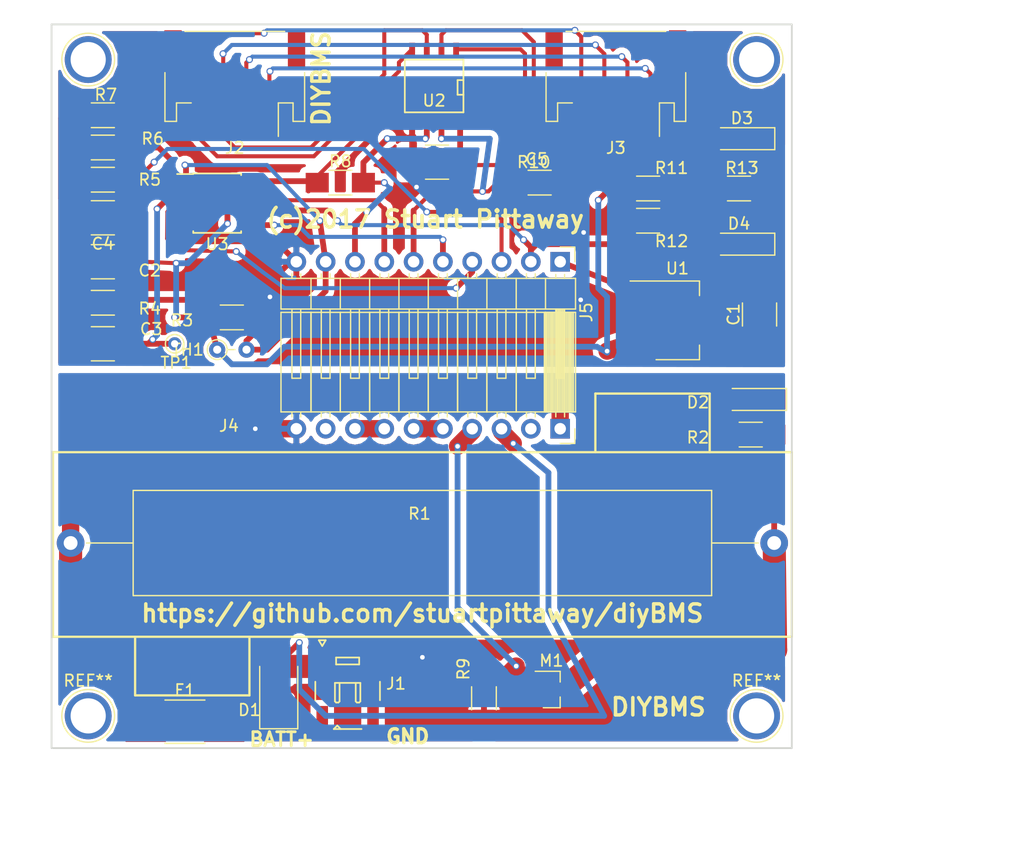
<source format=kicad_pcb>
(kicad_pcb (version 4) (host pcbnew 4.0.7)
  (title_block (title "DIY BMS CELL MODULE PCB") (date 2017-11-14) (rev 1) (comment 1 https://github.com/stuartpittaway/diyBMS))
  (layers (0 F.Cu signal) (31 B.Cu signal) (35 F.Paste user) (37 F.SilkS user) (39 F.Mask user) (44 Edge.Cuts user))
  (net 0 "")
  (net 1 GND)
  (net 2 BATT+)
  (net 3 3V3)
  (net 4 "Net-(D1-Pad1)")
  (net 5 "Net-(D2-Pad1)")
  (net 6 "Net-(D3-Pad1)")
  (net 7 "Net-(D4-Pad1)")
  (net 8 BATT+RAW)
  (net 9 "Net-(M1-Pad3)")
  (net 10 "Net-(C3-Pad1)")
  (net 11 "Net-(D3-Pad2)")
  (net 12 "Net-(J2-Pad1)")
  (net 13 "Net-(J2-Pad2)")
  (net 14 "Net-(J2-Pad3)")
  (net 15 "Net-(J2-Pad4)")
  (net 16 "Net-(R5-Pad2)")
  (net 17 GND2)
  (net 18 "Net-(C1-Pad2)")
  (net 19 "Net-(J4-Pad4)")
  (net 20 "Net-(J4-Pad5)")
  (net 21 "Net-(J4-Pad7)")
  (net 22 "Net-(J5-Pad3)")
  (net 23 "Net-(J5-Pad4)")
  (net 24 "Net-(J5-Pad5)")
  (net 25 "Net-(J5-Pad6)")
  (net 26 "Net-(J5-Pad7)")
  (net 27 "Net-(J5-Pad8)")
  (net 28 "Net-(J5-Pad9)")
  (module Connectors:1pin (layer F.Cu) (at 165.862 116.078)
    (fp_text reference REF** (at 0 -3.048) (layer F.SilkS))
    (fp_text value 1pin)
    (pad 1 thru_hole circle (at 0 0) (size 4.064 4.064) (drill 3.048) (layers *.Cu *.Mask))
  )
  (module Connectors:1pin (layer F.Cu) (at 107.95 116.078)
    (fp_text reference REF** (at 0 -3.048) (layer F.SilkS))
    (fp_text value 1pin)
    (pad 1 thru_hole circle (at 0 0) (size 4.064 4.064) (drill 3.048) (layers *.Cu *.Mask))
  )
  (module Connectors:1pin (layer F.Cu) (at 107.95 59.182)
    (fp_text reference "" (at 0 -3.048) (layer F.SilkS))
    (fp_text value 1pin)
    (pad 1 thru_hole circle (at 0 0) (size 4.064 4.064) (drill 3.048) (layers *.Cu *.Mask))
  )
  (module Capacitors_SMD:C_1210_HandSoldering (layer F.Cu) (at 166.116 81.28 90)
    (fp_text reference C1 (at 0 -2.25 90) (layer F.SilkS))
    (fp_text value 1uF)
    (pad 1 smd rect (at -2 0 90) (size 2 2.5) (layers F.Cu F.Paste F.Mask) (net 17 GND2))
    (pad 2 smd rect (at 2 0 90) (size 2 2.5) (layers F.Cu F.Paste F.Mask) (net 18 "Net-(C1-Pad2)"))
  )
  (module Capacitors_SMD:C_1210_HandSoldering (layer F.Cu) (at 109.22 76.708)
    (fp_text reference C2 (at 4.064 0.762) (layer F.SilkS))
    (fp_text value 1uF)
    (pad 1 smd rect (at -2 0) (size 2 2.5) (layers F.Cu F.Paste F.Mask) (net 17 GND2))
    (pad 2 smd rect (at 2 0) (size 2 2.5) (layers F.Cu F.Paste F.Mask) (net 3 3V3))
  )
  (module Capacitors_SMD:C_1210_HandSoldering (layer F.Cu) (at 109.22 83.82 180)
    (fp_text reference C3 (at -4.191 1.27 180) (layer F.SilkS))
    (fp_text value 0.1uF)
    (pad 1 smd rect (at -2 0 180) (size 2 2.5) (layers F.Cu F.Paste F.Mask) (net 10 "Net-(C3-Pad1)"))
    (pad 2 smd rect (at 2 0 180) (size 2 2.5) (layers F.Cu F.Paste F.Mask) (net 17 GND2))
  )
  (module Capacitors_SMD:C_1210_HandSoldering (layer F.Cu) (at 109.22 72.898 180)
    (fp_text reference C4 (at 0 -2.25 180) (layer F.SilkS))
    (fp_text value 0.1uF)
    (pad 1 smd rect (at -2 0 180) (size 2 2.5) (layers F.Cu F.Paste F.Mask) (net 3 3V3))
    (pad 2 smd rect (at 2 0 180) (size 2 2.5) (layers F.Cu F.Paste F.Mask) (net 17 GND2))
  )
  (module Capacitors_SMD:C_1210_HandSoldering (layer F.Cu) (at 138.176 68.072 180)
    (fp_text reference C5 (at -8.636 0.254 180) (layer F.SilkS))
    (fp_text value 0.1uF)
    (pad 1 smd rect (at -2 0 180) (size 2 2.5) (layers F.Cu F.Paste F.Mask) (net 3 3V3))
    (pad 2 smd rect (at 2 0 180) (size 2 2.5) (layers F.Cu F.Paste F.Mask) (net 17 GND2))
  )
  (module Connectors_JST:JST_PH_S4B-PH-SM4-TB_04x2.00mm_Angled (layer F.Cu) (at 120.65 61.214 180)
    (fp_text reference J2 (at 0 -5.625 180) (layer F.SilkS))
    (fp_text value Conn_01x04_Female)
    (pad 1 smd rect (at -3 -2.875 180) (size 1 3.5) (layers F.Cu F.Paste F.Mask) (net 12 "Net-(J2-Pad1)"))
    (pad 2 smd rect (at -1 -2.875 180) (size 1 3.5) (layers F.Cu F.Paste F.Mask) (net 13 "Net-(J2-Pad2)"))
    (pad 3 smd rect (at 1 -2.875 180) (size 1 3.5) (layers F.Cu F.Paste F.Mask) (net 14 "Net-(J2-Pad3)"))
    (pad 4 smd rect (at 3 -2.875 180) (size 1 3.5) (layers F.Cu F.Paste F.Mask) (net 15 "Net-(J2-Pad4)"))
    (pad "" smd rect (at -5.35 2.875 180) (size 1.5 3.4) (layers F.Cu F.Paste F.Mask))
    (pad "" smd rect (at 5.35 2.875 180) (size 1.5 3.4) (layers F.Cu F.Paste F.Mask))
  )
  (module Resistors_SMD:R_1206_HandSoldering (layer F.Cu) (at 165.354 91.694)
    (fp_text reference R2 (at -4.572 0.254) (layer F.SilkS))
    (fp_text value "47R 1/4W")
    (pad 1 smd rect (at -2 0) (size 2 1.7) (layers F.Cu F.Paste F.Mask) (net 9 "Net-(M1-Pad3)"))
    (pad 2 smd rect (at 2 0) (size 2 1.7) (layers F.Cu F.Paste F.Mask) (net 5 "Net-(D2-Pad1)"))
  )
  (module Resistors_SMD:R_1206_HandSoldering (layer F.Cu) (at 120.396 81.534)
    (fp_text reference R3 (at -4.318 0.254) (layer F.SilkS))
    (fp_text value 20K)
    (pad 1 smd rect (at -2 0) (size 2 1.7) (layers F.Cu F.Paste F.Mask) (net 3 3V3))
    (pad 2 smd rect (at 2 0) (size 2 1.7) (layers F.Cu F.Paste F.Mask) (net 28 "Net-(J5-Pad9)"))
  )
  (module Resistors_SMD:R_1206_HandSoldering (layer F.Cu) (at 109.22 80.264 180)
    (fp_text reference R4 (at -4.064 -0.508 180) (layer F.SilkS))
    (fp_text value 10K)
    (pad 1 smd rect (at -2 0 180) (size 2 1.7) (layers F.Cu F.Paste F.Mask) (net 28 "Net-(J5-Pad9)"))
    (pad 2 smd rect (at 2 0 180) (size 2 1.7) (layers F.Cu F.Paste F.Mask) (net 17 GND2))
  )
  (module Resistors_SMD:R_1206_HandSoldering (layer F.Cu) (at 109.22 69.596 180)
    (fp_text reference R5 (at -4.064 0 180) (layer F.SilkS))
    (fp_text value 47K)
    (pad 1 smd rect (at -2 0 180) (size 2 1.7) (layers F.Cu F.Paste F.Mask) (net 22 "Net-(J5-Pad3)"))
    (pad 2 smd rect (at 2 0 180) (size 2 1.7) (layers F.Cu F.Paste F.Mask) (net 16 "Net-(R5-Pad2)"))
  )
  (module Resistors_SMD:R_1206_HandSoldering (layer F.Cu) (at 109.22 66.802)
    (fp_text reference R6 (at 4.318 -0.762) (layer F.SilkS))
    (fp_text value 470K)
    (pad 1 smd rect (at -2 0) (size 2 1.7) (layers F.Cu F.Paste F.Mask) (net 16 "Net-(R5-Pad2)"))
    (pad 2 smd rect (at 2 0) (size 2 1.7) (layers F.Cu F.Paste F.Mask) (net 10 "Net-(C3-Pad1)"))
  )
  (module Resistors_SMD:R_1206_HandSoldering (layer F.Cu) (at 109.22 64.008 180)
    (fp_text reference R7 (at -0.254 1.778 180) (layer F.SilkS))
    (fp_text value 680K)
    (pad 1 smd rect (at -2 0 180) (size 2 1.7) (layers F.Cu F.Paste F.Mask) (net 10 "Net-(C3-Pad1)"))
    (pad 2 smd rect (at 2 0 180) (size 2 1.7) (layers F.Cu F.Paste F.Mask) (net 17 GND2))
  )
  (module Resistors_SMD:R_1206_HandSoldering (layer F.Cu) (at 129.794 69.85)
    (fp_text reference R8 (at 0 -1.85) (layer F.SilkS))
    (fp_text value 2K2)
    (pad 1 smd rect (at -2 0) (size 2 1.7) (layers F.Cu F.Paste F.Mask) (net 3 3V3))
    (pad 2 smd rect (at 2 0) (size 2 1.7) (layers F.Cu F.Paste F.Mask) (net 27 "Net-(J5-Pad8)"))
  )
  (module Resistors_SMD:R_1206_HandSoldering (layer F.Cu) (at 142.24 114.554 270)
    (fp_text reference R9 (at -2.54 1.778 270) (layer F.SilkS))
    (fp_text value 47K)
    (pad 1 smd rect (at -2 0 270) (size 2 1.7) (layers F.Cu F.Paste F.Mask) (net 19 "Net-(J4-Pad4)"))
    (pad 2 smd rect (at 2 0 270) (size 2 1.7) (layers F.Cu F.Paste F.Mask) (net 1 GND))
  )
  (module Resistors_SMD:R_1206_HandSoldering (layer F.Cu) (at 147.066 69.85)
    (fp_text reference R10 (at -0.508 -1.778) (layer F.SilkS))
    (fp_text value 2K2)
    (pad 1 smd rect (at -2 0) (size 2 1.7) (layers F.Cu F.Paste F.Mask) (net 25 "Net-(J5-Pad6)"))
    (pad 2 smd rect (at 2 0) (size 2 1.7) (layers F.Cu F.Paste F.Mask) (net 3 3V3))
  )
  (module TO_SOT_Packages_SMD:SOT-223-3_TabPin2 (layer F.Cu) (at 159.004 81.788)
    (fp_text reference U1 (at 0 -4.5) (layer F.SilkS))
    (fp_text value MCP1703A-3302_SOT223)
    (pad 2 smd rect (at 3.15 0) (size 2 3.8) (layers F.Cu F.Paste F.Mask) (net 17 GND2))
    (pad 2 smd rect (at -3.15 0) (size 2 1.5) (layers F.Cu F.Paste F.Mask) (net 17 GND2))
    (pad 3 smd rect (at -3.15 2.3) (size 2 1.5) (layers F.Cu F.Paste F.Mask) (net 3 3V3))
    (pad 1 smd rect (at -3.15 -2.3) (size 2 1.5) (layers F.Cu F.Paste F.Mask) (net 18 "Net-(C1-Pad2)"))
  )
  (module Housings_SOIC:SOIC-8_3.9x4.9mm_Pitch1.27mm (layer F.Cu) (at 119.126 71.628)
    (fp_text reference U3 (at 0 3.556) (layer F.SilkS))
    (fp_text value ATTINY85-20SU)
    (pad 1 smd rect (at -2.7 -1.905) (size 1.55 0.6) (layers F.Cu F.Paste F.Mask) (net 28 "Net-(J5-Pad9)"))
    (pad 2 smd rect (at -2.7 -0.635) (size 1.55 0.6) (layers F.Cu F.Paste F.Mask) (net 10 "Net-(C3-Pad1)"))
    (pad 3 smd rect (at -2.7 0.635) (size 1.55 0.6) (layers F.Cu F.Paste F.Mask) (net 23 "Net-(J5-Pad4)"))
    (pad 4 smd rect (at -2.7 1.905) (size 1.55 0.6) (layers F.Cu F.Paste F.Mask) (net 17 GND2))
    (pad 5 smd rect (at 2.7 1.905) (size 1.55 0.6) (layers F.Cu F.Paste F.Mask) (net 24 "Net-(J5-Pad5)"))
    (pad 6 smd rect (at 2.7 0.635) (size 1.55 0.6) (layers F.Cu F.Paste F.Mask) (net 6 "Net-(D3-Pad1)"))
    (pad 7 smd rect (at 2.7 -0.635) (size 1.55 0.6) (layers F.Cu F.Paste F.Mask) (net 26 "Net-(J5-Pad7)"))
    (pad 8 smd rect (at 2.7 -1.905) (size 1.55 0.6) (layers F.Cu F.Paste F.Mask) (net 3 3V3))
  )
  (module TO_SOT_Packages_SMD:SOT-23 (layer F.Cu) (at 148.082 113.792)
    (fp_text reference M1 (at 0 -2.5) (layer F.SilkS))
    (fp_text value SI2312BDS-T1-E3)
    (pad 1 smd rect (at -1 -0.95) (size 0.9 0.8) (layers F.Cu F.Paste F.Mask) (net 19 "Net-(J4-Pad4)"))
    (pad 2 smd rect (at -1 0.95) (size 0.9 0.8) (layers F.Cu F.Paste F.Mask) (net 1 GND))
    (pad 3 smd rect (at 1 0) (size 0.9 0.8) (layers F.Cu F.Paste F.Mask) (net 9 "Net-(M1-Pad3)"))
  )
  (module Resistors_SMD:R_1206_HandSoldering (layer F.Cu) (at 156.464 70.358)
    (fp_text reference R11 (at 2.032 -1.778) (layer F.SilkS))
    (fp_text value 510R)
    (pad 1 smd rect (at -2 0) (size 2 1.7) (layers F.Cu F.Paste F.Mask) (net 3 3V3))
    (pad 2 smd rect (at 2 0) (size 2 1.7) (layers F.Cu F.Paste F.Mask) (net 11 "Net-(D3-Pad2)"))
  )
  (module SMD_Packages:SOIC-8-N (layer F.Cu) (at 137.922 61.468 180)
    (fp_text reference U2 (at 0 -1.27 180) (layer F.SilkS))
    (fp_text value ADUM1250ARZ)
    (pad 8 smd rect (at -1.905 -3.175 180) (size 0.508 1.143) (layers F.Cu F.Paste F.Mask) (net 3 3V3))
    (pad 7 smd rect (at -0.635 -3.175 180) (size 0.508 1.143) (layers F.Cu F.Paste F.Mask) (net 25 "Net-(J5-Pad6)"))
    (pad 6 smd rect (at 0.635 -3.175 180) (size 0.508 1.143) (layers F.Cu F.Paste F.Mask) (net 27 "Net-(J5-Pad8)"))
    (pad 5 smd rect (at 1.905 -3.175 180) (size 0.508 1.143) (layers F.Cu F.Paste F.Mask) (net 17 GND2))
    (pad 4 smd rect (at 1.905 3.175 180) (size 0.508 1.143) (layers F.Cu F.Paste F.Mask) (net 15 "Net-(J2-Pad4)"))
    (pad 3 smd rect (at 0.635 3.175 180) (size 0.508 1.143) (layers F.Cu F.Paste F.Mask) (net 14 "Net-(J2-Pad3)"))
    (pad 2 smd rect (at -0.635 3.175 180) (size 0.508 1.143) (layers F.Cu F.Paste F.Mask) (net 13 "Net-(J2-Pad2)"))
    (pad 1 smd rect (at -1.905 3.175 180) (size 0.508 1.143) (layers F.Cu F.Paste F.Mask) (net 12 "Net-(J2-Pad1)"))
  )
  (module Connectors_JST:JST_PH_S4B-PH-SM4-TB_04x2.00mm_Angled (layer F.Cu) (at 153.67 61.214 180)
    (fp_text reference J3 (at 0 -5.625 180) (layer F.SilkS))
    (fp_text value Conn_01x04_Female)
    (pad 1 smd rect (at -3 -2.875 180) (size 1 3.5) (layers F.Cu F.Paste F.Mask) (net 12 "Net-(J2-Pad1)"))
    (pad 2 smd rect (at -1 -2.875 180) (size 1 3.5) (layers F.Cu F.Paste F.Mask) (net 13 "Net-(J2-Pad2)"))
    (pad 3 smd rect (at 1 -2.875 180) (size 1 3.5) (layers F.Cu F.Paste F.Mask) (net 14 "Net-(J2-Pad3)"))
    (pad 4 smd rect (at 3 -2.875 180) (size 1 3.5) (layers F.Cu F.Paste F.Mask) (net 15 "Net-(J2-Pad4)"))
    (pad "" smd rect (at -5.35 2.875 180) (size 1.5 3.4) (layers F.Cu F.Paste F.Mask))
    (pad "" smd rect (at 5.35 2.875 180) (size 1.5 3.4) (layers F.Cu F.Paste F.Mask))
  )
  (module Resistors_SMD:R_1206_HandSoldering (layer F.Cu) (at 156.464 73.152 180)
    (fp_text reference R12 (at -2.032 -1.778 180) (layer F.SilkS))
    (fp_text value 510R)
    (pad 1 smd rect (at -2 0 180) (size 2 1.7) (layers F.Cu F.Paste F.Mask) (net 7 "Net-(D4-Pad1)"))
    (pad 2 smd rect (at 2 0 180) (size 2 1.7) (layers F.Cu F.Paste F.Mask) (net 17 GND2))
  )
  (module Resistors_SMD:R_1206_HandSoldering (layer F.Cu) (at 164.338 70.358)
    (fp_text reference R13 (at 0.254 -1.778) (layer F.SilkS))
    (fp_text value 2K2)
    (pad 1 smd rect (at -2 0) (size 2 1.7) (layers F.Cu F.Paste F.Mask) (net 11 "Net-(D3-Pad2)"))
    (pad 2 smd rect (at 2 0) (size 2 1.7) (layers F.Cu F.Paste F.Mask) (net 7 "Net-(D4-Pad1)"))
  )
  (module Resistors_THT:R_Axial_DIN0204_L3.6mm_D1.6mm_P2.54mm_Vertical (layer F.Cu) (at 119.126 84.328)
    (fp_text reference TH1 (at -2.54 0) (layer F.SilkS))
    (fp_text value B57891M0103K000 hide)
    (pad 1 thru_hole circle (at 0 0) (size 1.4 1.4) (drill 0.7) (layers *.Cu *.Mask) (net 3 3V3))
    (pad 2 thru_hole oval (at 2.54 0) (size 1.4 1.4) (drill 0.7) (layers *.Cu *.Mask) (net 28 "Net-(J5-Pad9)"))
  )
  (module Socket_Strips:Socket_Strip_Angled_1x10_Pitch2.54mm (layer F.Cu) (at 148.844 91.186 270)
    (fp_text reference J4 (at -0.254 28.702 360) (layer F.SilkS))
    (fp_text value "Conn Female")
    (pad 1 thru_hole rect (at 0 0 270) (size 1.7 1.7) (drill 1) (layers *.Cu *.Mask) (net 2 BATT+))
    (pad 2 thru_hole oval (at 0 2.54 270) (size 1.7 1.7) (drill 1) (layers *.Cu *.Mask))
    (pad 3 thru_hole oval (at 0 5.08 270) (size 1.7 1.7) (drill 1) (layers *.Cu *.Mask) (net 8 BATT+RAW))
    (pad 4 thru_hole oval (at 0 7.62 270) (size 1.7 1.7) (drill 1) (layers *.Cu *.Mask) (net 19 "Net-(J4-Pad4)"))
    (pad 5 thru_hole oval (at 0 10.16 270) (size 1.7 1.7) (drill 1) (layers *.Cu *.Mask) (net 20 "Net-(J4-Pad5)"))
    (pad 6 thru_hole oval (at 0 12.7 270) (size 1.7 1.7) (drill 1) (layers *.Cu *.Mask) (net 20 "Net-(J4-Pad5)"))
    (pad 7 thru_hole oval (at 0 15.24 270) (size 1.7 1.7) (drill 1) (layers *.Cu *.Mask) (net 21 "Net-(J4-Pad7)"))
    (pad 8 thru_hole oval (at 0 17.78 270) (size 1.7 1.7) (drill 1) (layers *.Cu *.Mask) (net 21 "Net-(J4-Pad7)"))
    (pad 9 thru_hole oval (at 0 20.32 270) (size 1.7 1.7) (drill 1) (layers *.Cu *.Mask))
    (pad 10 thru_hole oval (at 0 22.86 270) (size 1.7 1.7) (drill 1) (layers *.Cu *.Mask) (net 1 GND))
  )
  (module Pin_Headers:Pin_Header_Angled_1x10_Pitch2.54mm (layer F.Cu) (at 148.844 76.708 270)
    (fp_text reference J5 (at 4.385 -2.27 270) (layer F.SilkS))
    (fp_text value "Conn Male")
    (pad 1 thru_hole rect (at 0 0 270) (size 1.7 1.7) (drill 1) (layers *.Cu *.Mask) (net 18 "Net-(C1-Pad2)"))
    (pad 2 thru_hole oval (at 0 2.54 270) (size 1.7 1.7) (drill 1) (layers *.Cu *.Mask) (net 6 "Net-(D3-Pad1)"))
    (pad 3 thru_hole oval (at 0 5.08 270) (size 1.7 1.7) (drill 1) (layers *.Cu *.Mask) (net 22 "Net-(J5-Pad3)"))
    (pad 4 thru_hole oval (at 0 7.62 270) (size 1.7 1.7) (drill 1) (layers *.Cu *.Mask) (net 23 "Net-(J5-Pad4)"))
    (pad 5 thru_hole oval (at 0 10.16 270) (size 1.7 1.7) (drill 1) (layers *.Cu *.Mask) (net 24 "Net-(J5-Pad5)"))
    (pad 6 thru_hole oval (at 0 12.7 270) (size 1.7 1.7) (drill 1) (layers *.Cu *.Mask) (net 25 "Net-(J5-Pad6)"))
    (pad 7 thru_hole oval (at 0 15.24 270) (size 1.7 1.7) (drill 1) (layers *.Cu *.Mask) (net 26 "Net-(J5-Pad7)"))
    (pad 8 thru_hole oval (at 0 17.78 270) (size 1.7 1.7) (drill 1) (layers *.Cu *.Mask) (net 27 "Net-(J5-Pad8)"))
    (pad 9 thru_hole oval (at 0 20.32 270) (size 1.7 1.7) (drill 1) (layers *.Cu *.Mask) (net 28 "Net-(J5-Pad9)"))
    (pad 10 thru_hole oval (at 0 22.86 270) (size 1.7 1.7) (drill 1) (layers *.Cu *.Mask) (net 17 GND2))
  )
  (module LEDs:LED_1206_HandSoldering (layer F.Cu) (at 165.354 88.646 180)
    (fp_text reference D2 (at 4.572 -0.254 180) (layer F.SilkS))
    (fp_text value "LED BLUE")
    (pad 1 smd rect (at -2 0 180) (size 2 1.7) (layers F.Cu F.Paste F.Mask) (net 5 "Net-(D2-Pad1)"))
    (pad 2 smd rect (at 2 0 180) (size 2 1.7) (layers F.Cu F.Paste F.Mask) (net 2 BATT+))
  )
  (module LEDs:LED_1206_HandSoldering (layer F.Cu) (at 164.338 66.04 180)
    (fp_text reference D3 (at -0.254 1.778 180) (layer F.SilkS))
    (fp_text value "LED RED")
    (pad 1 smd rect (at -2 0 180) (size 2 1.7) (layers F.Cu F.Paste F.Mask) (net 6 "Net-(D3-Pad1)"))
    (pad 2 smd rect (at 2 0 180) (size 2 1.7) (layers F.Cu F.Paste F.Mask) (net 11 "Net-(D3-Pad2)"))
  )
  (module LEDs:LED_1206_HandSoldering (layer F.Cu) (at 164.338 75.184 180)
    (fp_text reference D4 (at 0 1.778 180) (layer F.SilkS))
    (fp_text value "LED GREEN")
    (pad 1 smd rect (at -2 0 180) (size 2 1.7) (layers F.Cu F.Paste F.Mask) (net 7 "Net-(D4-Pad1)"))
    (pad 2 smd rect (at 2 0 180) (size 2 1.7) (layers F.Cu F.Paste F.Mask) (net 6 "Net-(D3-Pad1)"))
  )
  (module Resistors_THT:R_Axial_Power_L50.0mm_W9.0mm_P60.96mm (layer F.Cu) (at 167.386 101.092 180)
    (fp_text reference R1 (at 30.734 2.54 180) (layer F.SilkS))
    (fp_text value "HS50 3R3 J  50W Axial Wire Wound")
    (pad 1 thru_hole circle (at 0 0 180) (size 2.4 2.4) (drill 1.2) (layers *.Cu *.Mask) (net 9 "Net-(M1-Pad3)"))
    (pad 2 thru_hole oval (at 60.96 0 180) (size 2.4 2.4) (drill 1.2) (layers *.Cu *.Mask) (net 2 BATT+))
  )
  (module Diodes_SMD:D_SMA (layer F.Cu) (at 124.46 113.792 90)
    (fp_text reference D1 (at -1.778 -2.54 180) (layer F.SilkS))
    (fp_text value SE30AFG-M3/6A)
    (pad 1 smd rect (at -2 0 90) (size 2.5 1.8) (layers F.Cu F.Paste F.Mask) (net 4 "Net-(D1-Pad1)"))
    (pad 2 smd rect (at 2 0 90) (size 2.5 1.8) (layers F.Cu F.Paste F.Mask) (net 8 BATT+RAW))
  )
  (module Connectors:1pin (layer F.Cu) (at 165.862 59.182)
    (fp_text reference "" (at 0 -3.048) (layer F.SilkS))
    (fp_text value 1pin)
    (pad 1 thru_hole circle (at 0 0) (size 4.064 4.064) (drill 3.048) (layers *.Cu *.Mask))
  )
  (module Resistors_SMD:R_1812_HandSoldering (layer F.Cu) (at 116.332 116.586)
    (fp_text reference F1 (at 0 -2.72) (layer F.SilkS))
    (fp_text value "MC36232 1.5A 24V")
    (pad 1 smd rect (at -3.4 0) (size 3.5 3.5) (layers F.Cu F.Paste F.Mask) (net 2 BATT+))
    (pad 2 smd rect (at 3.4 0) (size 3.5 3.5) (layers F.Cu F.Paste F.Mask) (net 4 "Net-(D1-Pad1)"))
  )
  (module Connectors_JST:JST_SFH_SM02B-SFHRS-TF_02x1.80mm_Angled (layer F.Cu) (at 130.429 113.919)
    (fp_text reference J1 (at 4.191 -0.635) (layer F.SilkS))
    (fp_text value Conn_01x02_Male)
    (pad 1 smd rect (at -2.1 -2.3) (size 1.3 2.1) (layers F.Cu F.Paste F.Mask) (net 8 BATT+RAW))
    (pad 2 smd rect (at 2.1 -2.3) (size 1.3 2.1) (layers F.Cu F.Paste F.Mask) (net 1 GND))
    (pad "" smd rect (at -2.2 2.3) (size 1 2) (layers F.Cu F.Paste F.Mask))
    (pad "" smd rect (at 2.2 2.3) (size 1 2) (layers F.Cu F.Paste F.Mask))
  )
  (module Connectors:PINTST (layer F.Cu) (at 115.443 83.82)
    (fp_text reference TP1 (at 0.127 1.651) (layer F.SilkS))
    (fp_text value VDIV)
    (pad 1 thru_hole circle (at 0 0) (size 1.143 1.143) (drill 0.635) (layers *.Cu *.Mask) (net 10 "Net-(C3-Pad1)"))
  )
  (gr_line (start 104.775 56.134) (end 168.91 56.134) (angle 90) (layer Edge.Cuts) (width 0.15))
  (gr_line (start 104.775 118.872) (end 104.775 56.134) (angle 90) (layer Edge.Cuts) (width 0.15))
  (gr_text https://github.com/stuartpittaway/diyBMS (at 136.906 107.188) (layer F.SilkS) (effects (font (size 1.5 1.5) (thickness 0.3))))
  (gr_line (start 168.91 118.872) (end 168.91 56.134) (angle 90) (layer Edge.Cuts) (width 0.15))
  (gr_line (start 104.902 118.872) (end 168.91 118.872) (angle 90) (layer Edge.Cuts) (width 0.15))
  (gr_text DIYBMS (at 128.143 60.833 90) (layer F.SilkS) (effects (font (size 1.5 1.5) (thickness 0.3))))
  (gr_text BATT+ (at 124.714 118.11) (layer F.SilkS) (effects (font (size 1.2 1.2) (thickness 0.25))))
  (gr_text GND (at 135.636 117.856) (layer F.SilkS) (effects (font (size 1.2 1.2) (thickness 0.3))))
  (gr_text "(c)2017 Stuart Pittaway" (at 137.16 73.025) (layer F.SilkS) (effects (font (size 1.5 1.5) (thickness 0.3))))
  (gr_text DIYBMS (at 157.353 115.316) (layer F.SilkS) (effects (font (size 1.5 1.5) (thickness 0.3))))
  (gr_line (start 121.92 114.3) (end 121.92 109.22) (angle 90) (layer F.SilkS) (width 0.2))
  (gr_line (start 112.014 114.3) (end 112.014 109.22) (angle 90) (layer F.SilkS) (width 0.2))
  (gr_line (start 112.014 114.3) (end 121.92 114.3) (angle 90) (layer F.SilkS) (width 0.2))
  (gr_line (start 151.892 88.138) (end 161.798 88.138) (angle 90) (layer F.SilkS) (width 0.2))
  (gr_line (start 151.892 93.218) (end 151.892 88.138) (angle 90) (layer F.SilkS) (width 0.2))
  (gr_line (start 161.798 88.138) (end 161.798 93.218) (angle 90) (layer F.SilkS) (width 0.2))
  (gr_line (start 104.902 109.22) (end 104.902 93.218) (angle 90) (layer F.SilkS) (width 0.2))
  (gr_line (start 168.91 93.218) (end 168.91 109.22) (angle 90) (layer F.SilkS) (width 0.2))
  (gr_line (start 168.91 93.218) (end 104.902 93.218) (angle 90) (layer F.SilkS) (width 0.2))
  (gr_line (start 104.902 109.22) (end 168.91 109.22) (angle 90) (layer F.SilkS) (width 0.2))
  (segment (start 142.24 116.554) (end 139.795 116.554) (width 2) (layer F.Cu) (net 1))
  (segment (start 139.795 116.554) (end 136.144 112.903) (width 2) (layer F.Cu) (net 1))
  (segment (start 136.144 112.903) (end 136.144 111.76) (width 2) (layer F.Cu) (net 1))
  (segment (start 132.588 111.76) (end 136.144 111.76) (width 1.5) (layer F.Cu) (net 1))
  (segment (start 136.144 111.76) (end 136.906 110.998) (width 1.5) (layer F.Cu) (net 1))
  (segment (start 122.428 91.186) (end 125.984 91.186) (width 1.5) (layer F.Cu) (net 1))
  (via (at 122.428 91.186) (size 0.6) (drill 0.4) (layers F.Cu B.Cu) (net 1))
  (segment (start 122.428 96.52) (end 122.428 91.186) (width 1.5) (layer B.Cu) (net 1))
  (segment (start 136.906 110.998) (end 122.428 96.52) (width 1.5) (layer B.Cu) (net 1))
  (via (at 136.906 110.998) (size 0.6) (drill 0.4) (layers F.Cu B.Cu) (net 1))
  (segment (start 147.082 114.742) (end 147.082 115.554) (width 0.35) (layer F.Cu) (net 1))
  (segment (start 146.082 116.554) (end 142.24 116.554) (width 2) (layer F.Cu) (net 1))
  (segment (start 147.082 115.554) (end 146.082 116.554) (width 2) (layer F.Cu) (net 1))
  (segment (start 147.082 114.742) (end 146.878 114.742) (width 0.35) (layer F.Cu) (net 1))
  (segment (start 106.426 101.092) (end 106.426 108.204) (width 2) (layer F.Cu) (net 2))
  (segment (start 112.932 114.71) (end 112.932 116.586) (width 2) (layer F.Cu) (net 2))
  (segment (start 106.426 108.204) (end 112.932 114.71) (width 2) (layer F.Cu) (net 2))
  (segment (start 112.776 116.586) (end 112.932 116.586) (width 0.5) (layer F.Cu) (net 2))
  (segment (start 106.426 90.17) (end 106.426 101.092) (width 1.5) (layer F.Cu) (net 2))
  (segment (start 107.95 88.646) (end 106.426 90.17) (width 1.5) (layer F.Cu) (net 2))
  (segment (start 146.812 88.646) (end 107.95 88.646) (width 1.5) (layer F.Cu) (net 2))
  (segment (start 163.354 88.646) (end 163.322 88.646) (width 0.5) (layer F.Cu) (net 2))
  (segment (start 163.322 88.646) (end 162.052 87.376) (width 0.5) (layer F.Cu) (net 2))
  (segment (start 162.052 87.376) (end 150.876 87.376) (width 0.5) (layer F.Cu) (net 2))
  (segment (start 148.844 91.186) (end 148.844 89.154) (width 1.5) (layer F.Cu) (net 2))
  (segment (start 148.844 89.154) (end 146.812 88.646) (width 1.5) (layer F.Cu) (net 2))
  (segment (start 148.844 89.408) (end 148.844 91.186) (width 0.5) (layer F.Cu) (net 2))
  (segment (start 150.876 87.376) (end 148.844 89.408) (width 0.5) (layer F.Cu) (net 2))
  (segment (start 121.826 69.723) (end 120.396 69.723) (width 0.5) (layer F.Cu) (net 3))
  (segment (start 116.586 76.835) (end 115.57 76.835) (width 0.5) (layer B.Cu) (net 3))
  (segment (start 120.015 73.406) (end 116.586 76.835) (width 0.5) (layer B.Cu) (net 3))
  (via (at 120.015 73.406) (size 0.6) (drill 0.4) (layers F.Cu B.Cu) (net 3))
  (segment (start 120.015 70.104) (end 120.015 73.406) (width 0.5) (layer F.Cu) (net 3))
  (segment (start 120.396 69.723) (end 120.015 70.104) (width 0.5) (layer F.Cu) (net 3))
  (segment (start 118.396 81.534) (end 115.443 81.534) (width 0.5) (layer F.Cu) (net 3))
  (via (at 115.443 81.534) (size 0.6) (drill 0.4) (layers F.Cu B.Cu) (net 3))
  (segment (start 115.443 81.534) (end 115.57 81.407) (width 0.5) (layer B.Cu) (net 3))
  (segment (start 115.57 81.407) (end 115.57 76.835) (width 0.5) (layer B.Cu) (net 3))
  (segment (start 152.908 84.455) (end 152.908 79.756) (width 0.5) (layer B.Cu) (net 3))
  (segment (start 153.162 70.358) (end 154.464 70.358) (width 0.5) (layer F.Cu) (net 3))
  (segment (start 152.146 71.374) (end 153.162 70.358) (width 0.5) (layer F.Cu) (net 3))
  (via (at 152.146 71.374) (size 0.6) (drill 0.4) (layers F.Cu B.Cu) (net 3))
  (segment (start 152.146 78.994) (end 152.146 71.374) (width 0.5) (layer B.Cu) (net 3))
  (segment (start 152.908 79.756) (end 152.146 78.994) (width 0.5) (layer B.Cu) (net 3))
  (segment (start 152.908 84.455) (end 152.908 84.582) (width 0.5) (layer B.Cu) (net 3))
  (segment (start 120.396 85.598) (end 119.126 84.328) (width 0.5) (layer B.Cu) (net 3))
  (segment (start 123.444 85.598) (end 120.396 85.598) (width 0.5) (layer B.Cu) (net 3))
  (segment (start 124.968 84.074) (end 123.444 85.598) (width 0.5) (layer B.Cu) (net 3))
  (segment (start 152.019 84.074) (end 124.968 84.074) (width 0.5) (layer B.Cu) (net 3))
  (segment (start 152.908 84.582) (end 152.019 84.074) (width 0.5) (layer B.Cu) (net 3))
  (segment (start 149.066 69.85) (end 153.956 69.85) (width 0.5) (layer F.Cu) (net 3))
  (segment (start 153.956 69.85) (end 154.464 70.358) (width 0.35) (layer F.Cu) (net 3))
  (segment (start 149.066 69.85) (end 149.066 68.548) (width 0.35) (layer F.Cu) (net 3))
  (segment (start 148.844 68.326) (end 140.43 68.326) (width 0.35) (layer F.Cu) (net 3))
  (segment (start 149.066 68.548) (end 148.844 68.326) (width 0.35) (layer F.Cu) (net 3))
  (segment (start 140.43 68.326) (end 140.176 68.072) (width 0.35) (layer F.Cu) (net 3))
  (segment (start 127.794 69.85) (end 127.794 69.31) (width 0.35) (layer F.Cu) (net 3))
  (segment (start 127.794 69.31) (end 136.144 60.96) (width 0.35) (layer F.Cu) (net 3))
  (segment (start 139.827 61.849) (end 139.827 64.643) (width 0.35) (layer F.Cu) (net 3))
  (segment (start 138.938 60.96) (end 139.827 61.849) (width 0.35) (layer F.Cu) (net 3))
  (segment (start 136.144 60.96) (end 138.938 60.96) (width 0.35) (layer F.Cu) (net 3))
  (segment (start 140.938 68.834) (end 140.176 68.072) (width 0.35) (layer F.Cu) (net 3))
  (segment (start 111.22 72.898) (end 111.22 76.708) (width 0.5) (layer F.Cu) (net 3))
  (segment (start 140.176 68.072) (end 140.176 64.992) (width 0.5) (layer F.Cu) (net 3))
  (segment (start 140.176 64.992) (end 139.827 64.643) (width 0.35) (layer F.Cu) (net 3))
  (segment (start 140.43 68.326) (end 140.176 68.072) (width 0.35) (layer F.Cu) (net 3))
  (segment (start 121.826 69.723) (end 127.667 69.723) (width 0.5) (layer F.Cu) (net 3))
  (segment (start 127.667 69.723) (end 127.794 69.85) (width 0.35) (layer F.Cu) (net 3))
  (segment (start 127.794 69.85) (end 127.794 69.564) (width 0.35) (layer F.Cu) (net 3))
  (segment (start 127.286 70.358) (end 127.794 69.85) (width 0.35) (layer F.Cu) (net 3))
  (segment (start 154.21 70.104) (end 154.464 70.358) (width 0.35) (layer F.Cu) (net 3))
  (segment (start 141.097 68.993) (end 140.176 68.072) (width 0.35) (layer F.Cu) (net 3))
  (segment (start 111.22 72.898) (end 111.22 73.628) (width 0.35) (layer F.Cu) (net 3))
  (segment (start 155.854 84.088) (end 154.051 84.074) (width 1.5) (layer F.Cu) (net 3))
  (segment (start 154.051 84.074) (end 152.908 84.455) (width 1.5) (layer F.Cu) (net 3))
  (via (at 152.908 84.455) (size 0.6) (drill 0.4) (layers F.Cu B.Cu) (net 3))
  (segment (start 153.924 70.358) (end 154.464 70.358) (width 0.5) (layer F.Cu) (net 3))
  (segment (start 127.032 70.612) (end 127.794 69.85) (width 0.35) (layer F.Cu) (net 3))
  (via (at 115.57 76.835) (size 0.6) (drill 0.4) (layers F.Cu B.Cu) (net 3))
  (segment (start 115.57 76.835) (end 112.776 76.708) (width 0.35) (layer F.Cu) (net 3))
  (segment (start 112.776 76.708) (end 111.22 76.708) (width 0.35) (layer F.Cu) (net 3))
  (segment (start 111.22 72.898) (end 112.014 72.898) (width 0.35) (layer F.Cu) (net 3))
  (segment (start 112.014 72.898) (end 111.92 72.992) (width 0.35) (layer F.Cu) (net 3))
  (segment (start 155.854 84.088) (end 155.854 84.226) (width 0.35) (layer F.Cu) (net 3))
  (segment (start 119.126 84.328) (end 119.126 84.296) (width 0.35) (layer F.Cu) (net 3))
  (segment (start 119.126 84.296) (end 118.396 81.534) (width 0.5) (layer F.Cu) (net 3))
  (segment (start 119.732 116.586) (end 123.666 116.586) (width 2) (layer F.Cu) (net 4))
  (segment (start 123.666 116.586) (end 124.46 115.792) (width 0.5) (layer F.Cu) (net 4))
  (segment (start 167.354 88.646) (end 167.354 91.694) (width 1.5) (layer F.Cu) (net 5))
  (segment (start 167.354 91.694) (end 167.354 91.218) (width 0.35) (layer F.Cu) (net 5))
  (segment (start 121.826 72.263) (end 128.651 72.263) (width 0.5) (layer F.Cu) (net 6))
  (segment (start 146.304 75.438) (end 146.304 76.708) (width 0.5) (layer F.Cu) (net 6))
  (segment (start 145.669 74.803) (end 146.304 75.438) (width 0.5) (layer F.Cu) (net 6))
  (via (at 145.669 74.803) (size 0.6) (drill 0.4) (layers F.Cu B.Cu) (net 6))
  (segment (start 144.399 73.533) (end 145.669 74.803) (width 0.35) (layer B.Cu) (net 6))
  (segment (start 129.921 73.533) (end 144.399 73.533) (width 0.35) (layer B.Cu) (net 6))
  (segment (start 129.54 73.152) (end 129.921 73.533) (width 0.35) (layer B.Cu) (net 6))
  (via (at 129.54 73.152) (size 0.6) (drill 0.4) (layers F.Cu B.Cu) (net 6))
  (segment (start 128.651 72.263) (end 129.54 73.152) (width 0.35) (layer F.Cu) (net 6))
  (segment (start 146.304 76.708) (end 146.304 75.692) (width 0.35) (layer F.Cu) (net 6))
  (segment (start 146.812 75.184) (end 162.338 75.184) (width 0.5) (layer F.Cu) (net 6))
  (segment (start 146.304 75.692) (end 146.812 75.184) (width 0.5) (layer F.Cu) (net 6))
  (segment (start 162.338 75.184) (end 162.338 75.216) (width 0.35) (layer F.Cu) (net 6))
  (segment (start 162.338 75.216) (end 163.576 76.708) (width 0.35) (layer F.Cu) (net 6))
  (segment (start 163.576 76.708) (end 167.894 76.708) (width 0.35) (layer F.Cu) (net 6))
  (segment (start 167.894 76.708) (end 168.148 76.2) (width 0.35) (layer F.Cu) (net 6))
  (segment (start 168.148 76.2) (end 168.148 67.564) (width 0.35) (layer F.Cu) (net 6))
  (segment (start 168.148 67.564) (end 166.338 66.04) (width 0.35) (layer F.Cu) (net 6))
  (segment (start 158.464 73.152) (end 166.338 73.152) (width 0.35) (layer F.Cu) (net 7))
  (segment (start 166.338 70.358) (end 166.338 73.152) (width 1.5) (layer F.Cu) (net 7))
  (segment (start 166.338 73.152) (end 166.338 75.184) (width 1.5) (layer F.Cu) (net 7))
  (segment (start 124.46 111.792) (end 128.156 111.792) (width 2) (layer F.Cu) (net 8))
  (segment (start 128.156 111.792) (end 128.329 111.619) (width 0.5) (layer F.Cu) (net 8))
  (segment (start 128.405 111.03) (end 128.437 110.998) (width 0.35) (layer F.Cu) (net 8))
  (segment (start 143.764 91.186) (end 143.764 91.44) (width 0.5) (layer F.Cu) (net 8))
  (segment (start 143.764 91.44) (end 144.78 92.456) (width 1.5) (layer F.Cu) (net 8))
  (segment (start 126.238 109.728) (end 124.46 111.506) (width 0.5) (layer F.Cu) (net 8))
  (via (at 126.238 109.728) (size 0.6) (drill 0.4) (layers F.Cu B.Cu) (net 8))
  (segment (start 126.238 113.792) (end 126.238 109.728) (width 0.5) (layer B.Cu) (net 8))
  (segment (start 128.524 116.078) (end 126.238 113.792) (width 0.5) (layer B.Cu) (net 8))
  (segment (start 152.654 116.078) (end 128.524 116.078) (width 0.5) (layer B.Cu) (net 8))
  (segment (start 147.828 106.934) (end 152.654 116.078) (width 0.5) (layer B.Cu) (net 8))
  (segment (start 147.828 94.996) (end 147.828 106.934) (width 0.5) (layer B.Cu) (net 8))
  (segment (start 144.78 92.456) (end 147.828 94.996) (width 0.5) (layer B.Cu) (net 8))
  (via (at 144.78 92.456) (size 0.6) (drill 0.4) (layers F.Cu B.Cu) (net 8))
  (segment (start 124.46 111.506) (end 124.46 111.792) (width 0.5) (layer F.Cu) (net 8))
  (segment (start 167.386 101.092) (end 167.386 94.996) (width 0.5) (layer F.Cu) (net 9))
  (segment (start 165.64 93.98) (end 163.354 91.694) (width 0.5) (layer F.Cu) (net 9))
  (segment (start 166.37 93.98) (end 165.64 93.98) (width 0.5) (layer F.Cu) (net 9))
  (segment (start 167.386 94.996) (end 166.37 93.98) (width 0.5) (layer F.Cu) (net 9))
  (segment (start 164.084 92.424) (end 163.354 91.694) (width 0.35) (layer F.Cu) (net 9))
  (segment (start 149.082 113.792) (end 153.035 110.363) (width 2) (layer F.Cu) (net 9))
  (segment (start 153.035 110.363) (end 167.513 110.363) (width 2) (layer F.Cu) (net 9))
  (segment (start 167.513 110.363) (end 167.386 101.092) (width 2) (layer F.Cu) (net 9))
  (segment (start 167.354 101.06) (end 167.386 101.092) (width 2) (layer F.Cu) (net 9))
  (segment (start 149.082 113.792) (end 149.098 113.792) (width 0.35) (layer F.Cu) (net 9))
  (segment (start 111.22 83.82) (end 115.443 83.82) (width 0.5) (layer F.Cu) (net 10))
  (segment (start 111.22 83.82) (end 113.157 83.82) (width 0.5) (layer F.Cu) (net 10))
  (segment (start 113.157 83.82) (end 113.538 83.439) (width 0.5) (layer F.Cu) (net 10))
  (via (at 113.538 83.439) (size 0.6) (drill 0.4) (layers F.Cu B.Cu) (net 10))
  (segment (start 113.538 83.439) (end 113.919 83.058) (width 0.5) (layer B.Cu) (net 10))
  (segment (start 113.919 83.058) (end 113.919 72.136) (width 0.5) (layer B.Cu) (net 10))
  (via (at 113.919 72.136) (size 0.6) (drill 0.4) (layers F.Cu B.Cu) (net 10))
  (segment (start 113.919 72.136) (end 115.062 70.993) (width 0.5) (layer F.Cu) (net 10))
  (segment (start 115.062 70.993) (end 116.426 70.993) (width 0.5) (layer F.Cu) (net 10))
  (segment (start 111.22 66.802) (end 114.046 66.802) (width 0.5) (layer F.Cu) (net 10))
  (segment (start 115.062 67.818) (end 115.062 70.993) (width 0.5) (layer F.Cu) (net 10))
  (segment (start 114.046 66.802) (end 115.062 67.818) (width 0.5) (layer F.Cu) (net 10))
  (segment (start 111.22 66.802) (end 110.998 66.802) (width 0.35) (layer F.Cu) (net 10))
  (segment (start 111.22 66.802) (end 111.22 64.008) (width 0.5) (layer F.Cu) (net 10))
  (segment (start 158.464 70.358) (end 162.338 70.358) (width 0.35) (layer F.Cu) (net 11))
  (segment (start 162.338 70.358) (end 162.338 66.04) (width 1.5) (layer F.Cu) (net 11))
  (segment (start 156.67 64.089) (end 156.67 66.088) (width 0.35) (layer F.Cu) (net 12))
  (segment (start 145.415 58.293) (end 139.827 58.293) (width 0.35) (layer F.Cu) (net 12))
  (segment (start 145.796 58.674) (end 145.415 58.293) (width 0.35) (layer F.Cu) (net 12))
  (segment (start 145.796 66.802) (end 145.796 58.674) (width 0.35) (layer F.Cu) (net 12))
  (segment (start 146.650002 67.656002) (end 145.796 66.802) (width 0.35) (layer F.Cu) (net 12))
  (segment (start 155.101998 67.656002) (end 146.650002 67.656002) (width 0.35) (layer F.Cu) (net 12))
  (segment (start 156.67 66.088) (end 155.101998 67.656002) (width 0.35) (layer F.Cu) (net 12))
  (segment (start 123.65 64.089) (end 123.65 60.246) (width 0.35) (layer F.Cu) (net 12))
  (segment (start 156.67 60.404) (end 156.67 64.089) (width 0.35) (layer F.Cu) (net 12))
  (segment (start 156.21 59.944) (end 156.67 60.404) (width 0.35) (layer F.Cu) (net 12))
  (via (at 156.21 59.944) (size 0.6) (drill 0.4) (layers F.Cu B.Cu) (net 12))
  (segment (start 123.952 59.944) (end 156.21 59.944) (width 0.35) (layer B.Cu) (net 12))
  (segment (start 123.698 60.198) (end 123.952 59.944) (width 0.35) (layer B.Cu) (net 12))
  (via (at 123.698 60.198) (size 0.6) (drill 0.4) (layers F.Cu B.Cu) (net 12))
  (segment (start 123.65 60.246) (end 123.698 60.198) (width 0.35) (layer F.Cu) (net 12))
  (segment (start 138.557 58.293) (end 138.557 57.023) (width 0.35) (layer F.Cu) (net 13))
  (segment (start 154.67 66.818) (end 154.67 64.089) (width 0.35) (layer F.Cu) (net 13))
  (segment (start 154.432 66.802) (end 154.67 66.818) (width 0.35) (layer F.Cu) (net 13))
  (segment (start 147.066 66.802) (end 154.432 66.802) (width 0.35) (layer F.Cu) (net 13))
  (segment (start 146.558 66.548) (end 147.066 66.802) (width 0.35) (layer F.Cu) (net 13))
  (segment (start 146.558 57.658) (end 146.558 66.548) (width 0.35) (layer F.Cu) (net 13))
  (segment (start 145.542 56.642) (end 146.558 57.658) (width 0.35) (layer F.Cu) (net 13))
  (segment (start 138.938 56.642) (end 145.542 56.642) (width 0.35) (layer F.Cu) (net 13))
  (segment (start 138.557 57.023) (end 138.938 56.642) (width 0.35) (layer F.Cu) (net 13))
  (segment (start 121.65 64.089) (end 121.65 59.452) (width 0.35) (layer F.Cu) (net 13))
  (segment (start 154.67 59.42) (end 154.67 64.089) (width 0.35) (layer F.Cu) (net 13))
  (segment (start 154.178 58.928) (end 154.67 59.42) (width 0.35) (layer F.Cu) (net 13))
  (via (at 154.178 58.928) (size 0.6) (drill 0.4) (layers F.Cu B.Cu) (net 13))
  (segment (start 122.174 58.928) (end 154.178 58.928) (width 0.35) (layer B.Cu) (net 13))
  (segment (start 121.92 59.182) (end 122.174 58.928) (width 0.35) (layer B.Cu) (net 13))
  (via (at 121.92 59.182) (size 0.6) (drill 0.4) (layers F.Cu B.Cu) (net 13))
  (segment (start 121.65 59.452) (end 121.92 59.182) (width 0.35) (layer F.Cu) (net 13))
  (segment (start 119.65 64.089) (end 119.65 65.802) (width 0.35) (layer F.Cu) (net 14))
  (segment (start 119.65 65.802) (end 120.65 66.802) (width 0.35) (layer F.Cu) (net 14))
  (segment (start 137.287 57.023) (end 137.287 58.293) (width 0.35) (layer F.Cu) (net 14))
  (segment (start 136.906 56.642) (end 137.287 57.023) (width 0.35) (layer F.Cu) (net 14))
  (segment (start 133.604 56.642) (end 136.906 56.642) (width 0.35) (layer F.Cu) (net 14))
  (segment (start 133.604 60.452) (end 133.604 56.642) (width 0.35) (layer F.Cu) (net 14))
  (segment (start 127.254 66.802) (end 133.604 60.452) (width 0.35) (layer F.Cu) (net 14))
  (segment (start 120.65 66.802) (end 127.254 66.802) (width 0.35) (layer F.Cu) (net 14))
  (segment (start 119.65 64.089) (end 119.65 58.69) (width 0.35) (layer F.Cu) (net 14))
  (segment (start 152.67 58.69) (end 152.67 64.089) (width 0.35) (layer F.Cu) (net 14))
  (segment (start 151.892 57.912) (end 152.67 58.69) (width 0.35) (layer F.Cu) (net 14))
  (via (at 151.892 57.912) (size 0.6) (drill 0.4) (layers F.Cu B.Cu) (net 14))
  (segment (start 120.396 57.912) (end 151.892 57.912) (width 0.35) (layer B.Cu) (net 14))
  (segment (start 119.634 58.674) (end 120.396 57.912) (width 0.35) (layer B.Cu) (net 14))
  (via (at 119.634 58.674) (size 0.6) (drill 0.4) (layers F.Cu B.Cu) (net 14))
  (segment (start 119.65 58.69) (end 119.634 58.674) (width 0.35) (layer F.Cu) (net 14))
  (segment (start 117.65 64.089) (end 117.65 58.499) (width 0.35) (layer F.Cu) (net 15))
  (segment (start 150.67 57.198) (end 150.67 64.089) (width 0.35) (layer F.Cu) (net 15))
  (segment (start 150.114 56.642) (end 150.67 57.198) (width 0.35) (layer F.Cu) (net 15))
  (via (at 150.114 56.642) (size 0.6) (drill 0.4) (layers F.Cu B.Cu) (net 15))
  (segment (start 123.444 56.642) (end 150.114 56.642) (width 0.35) (layer B.Cu) (net 15))
  (segment (start 123.19 56.896) (end 123.444 56.642) (width 0.35) (layer B.Cu) (net 15))
  (via (at 123.19 56.896) (size 0.6) (drill 0.4) (layers F.Cu B.Cu) (net 15))
  (segment (start 119.253 56.896) (end 123.19 56.896) (width 0.35) (layer F.Cu) (net 15))
  (segment (start 117.65 58.499) (end 119.253 56.896) (width 0.35) (layer F.Cu) (net 15))
  (segment (start 117.65 64.089) (end 117.65 66.088) (width 0.35) (layer F.Cu) (net 15))
  (segment (start 134.874 59.436) (end 136.017 58.293) (width 0.35) (layer F.Cu) (net 15))
  (segment (start 134.874 60.198) (end 134.874 59.436) (width 0.35) (layer F.Cu) (net 15))
  (segment (start 127.508 67.564) (end 134.874 60.198) (width 0.35) (layer F.Cu) (net 15))
  (segment (start 119.126 67.564) (end 127.508 67.564) (width 0.35) (layer F.Cu) (net 15))
  (segment (start 117.65 66.088) (end 119.126 67.564) (width 0.35) (layer F.Cu) (net 15))
  (segment (start 107.22 69.596) (end 107.22 66.802) (width 0.5) (layer F.Cu) (net 16))
  (segment (start 150.876 74.93) (end 150.876 72.771) (width 0.35) (layer B.Cu) (net 17))
  (segment (start 136.176 70.009) (end 136.176 68.072) (width 0.35) (layer F.Cu) (net 17))
  (segment (start 136.398 70.231) (end 136.176 70.009) (width 0.35) (layer F.Cu) (net 17))
  (via (at 136.398 70.231) (size 0.6) (drill 0.4) (layers F.Cu B.Cu) (net 17))
  (segment (start 137.668 71.501) (end 136.398 70.231) (width 0.35) (layer B.Cu) (net 17))
  (segment (start 149.606 71.501) (end 137.668 71.501) (width 0.35) (layer B.Cu) (net 17))
  (segment (start 150.876 72.771) (end 149.606 71.501) (width 0.35) (layer B.Cu) (net 17))
  (segment (start 107.22 64.008) (end 105.791 64.008) (width 0.35) (layer F.Cu) (net 17))
  (segment (start 105.537 71.215) (end 107.22 72.898) (width 0.35) (layer F.Cu) (net 17))
  (segment (start 105.537 64.262) (end 105.537 71.215) (width 0.35) (layer F.Cu) (net 17))
  (segment (start 105.791 64.008) (end 105.537 64.262) (width 0.35) (layer F.Cu) (net 17))
  (segment (start 107.22 76.708) (end 107.22 72.898) (width 0.5) (layer F.Cu) (net 17))
  (segment (start 107.22 83.82) (end 107.22 80.264) (width 0.5) (layer F.Cu) (net 17))
  (segment (start 149.098 80.01) (end 150.876 78.232) (width 0.5) (layer B.Cu) (net 17))
  (segment (start 150.876 78.232) (end 150.876 74.93) (width 0.5) (layer B.Cu) (net 17))
  (segment (start 150.876 73.152) (end 154.464 73.152) (width 0.5) (layer F.Cu) (net 17))
  (segment (start 150.876 74.168) (end 150.876 73.152) (width 0.5) (layer F.Cu) (net 17))
  (via (at 150.876 74.168) (size 0.6) (drill 0.4) (layers F.Cu B.Cu) (net 17))
  (segment (start 150.876 74.93) (end 150.876 74.168) (width 0.5) (layer B.Cu) (net 17))
  (segment (start 116.426 73.533) (end 116.426 74.516) (width 0.5) (layer F.Cu) (net 17))
  (segment (start 124.206 74.93) (end 125.984 76.708) (width 0.5) (layer F.Cu) (net 17))
  (segment (start 116.84 74.93) (end 124.206 74.93) (width 0.5) (layer F.Cu) (net 17))
  (segment (start 116.426 74.516) (end 116.84 74.93) (width 0.5) (layer F.Cu) (net 17))
  (segment (start 107.22 78.74) (end 123.698 78.74) (width 0.5) (layer F.Cu) (net 17))
  (segment (start 136.017 64.643) (end 136.017 67.913) (width 0.5) (layer F.Cu) (net 17))
  (segment (start 136.017 67.913) (end 136.176 68.072) (width 0.35) (layer F.Cu) (net 17))
  (segment (start 125.984 76.708) (end 125.476 76.708) (width 0.5) (layer F.Cu) (net 17))
  (segment (start 125.476 76.708) (end 123.698 78.486) (width 0.5) (layer F.Cu) (net 17))
  (segment (start 123.698 78.486) (end 123.698 78.74) (width 0.5) (layer F.Cu) (net 17))
  (segment (start 153.543 81.788) (end 155.854 81.788) (width 0.5) (layer F.Cu) (net 17))
  (segment (start 150.622 80.01) (end 153.543 81.788) (width 0.5) (layer F.Cu) (net 17))
  (via (at 150.622 80.01) (size 0.6) (drill 0.4) (layers F.Cu B.Cu) (net 17))
  (segment (start 149.098 80.01) (end 150.622 80.01) (width 0.5) (layer B.Cu) (net 17))
  (segment (start 123.698 78.74) (end 123.698 79.756) (width 0.5) (layer F.Cu) (net 17))
  (via (at 123.698 79.756) (size 0.6) (drill 0.4) (layers F.Cu B.Cu) (net 17))
  (segment (start 123.698 79.756) (end 123.952 80.01) (width 0.5) (layer B.Cu) (net 17))
  (segment (start 123.952 80.01) (end 149.098 80.01) (width 0.5) (layer B.Cu) (net 17))
  (segment (start 107.22 64.008) (end 106.426 64.008) (width 0.35) (layer F.Cu) (net 17))
  (segment (start 107.22 80.264) (end 107.22 78.74) (width 0.5) (layer F.Cu) (net 17))
  (segment (start 107.22 78.74) (end 107.22 76.708) (width 0.5) (layer F.Cu) (net 17))
  (segment (start 162.154 81.788) (end 162.154 82.652) (width 0.35) (layer F.Cu) (net 17))
  (segment (start 162.154 82.652) (end 162.528 81.756) (width 1.5) (layer F.Cu) (net 17))
  (segment (start 162.528 81.756) (end 166.116 83.28) (width 1.5) (layer F.Cu) (net 17))
  (segment (start 155.854 81.788) (end 162.154 81.788) (width 1.5) (layer F.Cu) (net 17))
  (segment (start 155.854 79.488) (end 155.854 78.842) (width 0.5) (layer F.Cu) (net 18))
  (segment (start 155.854 78.842) (end 156.464 76.962) (width 0.5) (layer F.Cu) (net 18))
  (segment (start 162.56 76.962) (end 164.878 79.28) (width 0.5) (layer F.Cu) (net 18))
  (segment (start 156.464 76.962) (end 162.56 76.962) (width 0.5) (layer F.Cu) (net 18))
  (segment (start 164.878 79.28) (end 166.116 79.28) (width 0.5) (layer F.Cu) (net 18))
  (segment (start 148.844 76.708) (end 155.84 79.502) (width 0.5) (layer F.Cu) (net 18))
  (segment (start 155.84 79.502) (end 155.854 79.488) (width 0.35) (layer F.Cu) (net 18))
  (segment (start 142.24 112.554) (end 144.24 112.554) (width 0.5) (layer F.Cu) (net 19))
  (segment (start 139.954 92.71) (end 141.224 91.44) (width 1.5) (layer F.Cu) (net 19))
  (via (at 139.954 92.71) (size 0.6) (drill 0.4) (layers F.Cu B.Cu) (net 19))
  (segment (start 139.954 106.68) (end 139.954 92.71) (width 0.5) (layer B.Cu) (net 19))
  (segment (start 145.034 111.76) (end 139.954 106.68) (width 0.5) (layer B.Cu) (net 19))
  (via (at 145.034 111.76) (size 0.6) (drill 0.4) (layers F.Cu B.Cu) (net 19))
  (segment (start 144.24 112.554) (end 145.034 111.76) (width 1.5) (layer F.Cu) (net 19))
  (segment (start 141.224 91.44) (end 141.224 91.186) (width 0.5) (layer F.Cu) (net 19))
  (segment (start 142.24 112.554) (end 146.794 112.554) (width 1.5) (layer F.Cu) (net 19))
  (segment (start 146.794 112.554) (end 147.082 112.842) (width 0.35) (layer F.Cu) (net 19))
  (segment (start 136.144 91.186) (end 138.684 91.186) (width 1.5) (layer F.Cu) (net 20))
  (segment (start 131.064 91.186) (end 133.604 91.186) (width 1.5) (layer F.Cu) (net 21))
  (segment (start 111.22 69.596) (end 112.141 69.596) (width 0.35) (layer F.Cu) (net 22))
  (segment (start 112.141 69.596) (end 113.665 68.072) (width 0.35) (layer F.Cu) (net 22))
  (segment (start 143.764 73.025) (end 143.764 76.708) (width 0.35) (layer F.Cu) (net 22))
  (segment (start 143.129 72.39) (end 143.764 73.025) (width 0.35) (layer F.Cu) (net 22))
  (segment (start 137.287 72.39) (end 143.129 72.39) (width 0.35) (layer F.Cu) (net 22))
  (via (at 137.287 72.39) (size 0.6) (drill 0.4) (layers F.Cu B.Cu) (net 22))
  (segment (start 131.826 66.929) (end 137.287 72.39) (width 0.35) (layer B.Cu) (net 22))
  (segment (start 114.808 66.929) (end 131.826 66.929) (width 0.35) (layer B.Cu) (net 22))
  (segment (start 113.665 68.072) (end 114.808 66.929) (width 0.35) (layer B.Cu) (net 22))
  (via (at 113.665 68.072) (size 0.6) (drill 0.4) (layers F.Cu B.Cu) (net 22))
  (segment (start 143.732 76.676) (end 143.764 76.708) (width 0.35) (layer F.Cu) (net 22))
  (segment (start 116.426 72.263) (end 114.935 72.263) (width 0.35) (layer F.Cu) (net 23))
  (segment (start 141.224 77.597) (end 141.224 76.708) (width 0.35) (layer F.Cu) (net 23))
  (segment (start 139.827 78.994) (end 141.224 77.597) (width 0.5) (layer F.Cu) (net 23))
  (via (at 139.827 78.994) (size 0.6) (drill 0.4) (layers F.Cu B.Cu) (net 23))
  (segment (start 124.968 78.994) (end 139.827 78.994) (width 0.35) (layer B.Cu) (net 23))
  (segment (start 120.777 75.819) (end 123.063 77.597) (width 0.35) (layer B.Cu) (net 23))
  (segment (start 123.063 77.597) (end 124.968 78.994) (width 0.35) (layer B.Cu) (net 23))
  (via (at 120.777 75.819) (size 0.6) (drill 0.4) (layers F.Cu B.Cu) (net 23))
  (segment (start 115.697 75.692) (end 120.777 75.819) (width 0.35) (layer F.Cu) (net 23))
  (segment (start 114.78685 74.695313) (end 115.697 75.692) (width 0.35) (layer F.Cu) (net 23))
  (segment (start 114.808 72.39) (end 114.78685 74.695313) (width 0.35) (layer F.Cu) (net 23))
  (segment (start 114.935 72.263) (end 114.808 72.39) (width 0.35) (layer F.Cu) (net 23))
  (segment (start 121.826 73.533) (end 124.079 73.533) (width 0.5) (layer F.Cu) (net 24))
  (segment (start 138.684 74.803) (end 138.684 76.708) (width 0.5) (layer F.Cu) (net 24))
  (via (at 138.684 74.803) (size 0.6) (drill 0.4) (layers F.Cu B.Cu) (net 24))
  (segment (start 138.43 74.549) (end 138.684 74.803) (width 0.35) (layer B.Cu) (net 24))
  (segment (start 127.127 74.549) (end 138.43 74.549) (width 0.35) (layer B.Cu) (net 24))
  (segment (start 126.111 73.533) (end 127.127 74.549) (width 0.35) (layer B.Cu) (net 24))
  (segment (start 124.079 73.533) (end 126.111 73.533) (width 0.35) (layer B.Cu) (net 24))
  (via (at 124.079 73.533) (size 0.6) (drill 0.4) (layers F.Cu B.Cu) (net 24))
  (segment (start 145.066 69.85) (end 143.383 69.85) (width 0.35) (layer F.Cu) (net 25))
  (segment (start 142.621 70.612) (end 142.113 70.612) (width 0.35) (layer F.Cu) (net 25))
  (segment (start 143.383 69.85) (end 142.621 70.612) (width 0.35) (layer F.Cu) (net 25))
  (segment (start 136.144 76.708) (end 136.144 72.263) (width 0.5) (layer F.Cu) (net 25))
  (segment (start 137.795 70.612) (end 142.113 70.612) (width 0.35) (layer F.Cu) (net 25))
  (segment (start 136.144 72.263) (end 137.795 70.612) (width 0.35) (layer F.Cu) (net 25))
  (segment (start 138.557 64.643) (end 138.557 66.04) (width 0.5) (layer F.Cu) (net 25))
  (via (at 142.113 70.612) (size 0.6) (drill 0.4) (layers F.Cu B.Cu) (net 25))
  (segment (start 142.748 66.04) (end 142.113 70.612) (width 0.5) (layer B.Cu) (net 25))
  (segment (start 138.557 66.04) (end 142.748 66.04) (width 0.5) (layer B.Cu) (net 25))
  (via (at 138.557 66.04) (size 0.6) (drill 0.4) (layers F.Cu B.Cu) (net 25))
  (segment (start 121.826 70.993) (end 123.063 70.993) (width 0.5) (layer F.Cu) (net 26))
  (segment (start 133.604 72.136) (end 133.604 76.708) (width 0.5) (layer F.Cu) (net 26))
  (segment (start 132.842 71.374) (end 133.604 72.136) (width 0.35) (layer F.Cu) (net 26))
  (segment (start 123.444 71.374) (end 132.842 71.374) (width 0.35) (layer F.Cu) (net 26))
  (segment (start 123.063 70.993) (end 123.444 71.374) (width 0.5) (layer F.Cu) (net 26))
  (segment (start 131.794 69.85) (end 131.794 68.104) (width 0.5) (layer F.Cu) (net 27))
  (segment (start 137.287 65.913) (end 137.287 64.643) (width 0.5) (layer F.Cu) (net 27))
  (segment (start 137.16 66.04) (end 137.287 65.913) (width 0.35) (layer F.Cu) (net 27))
  (via (at 137.16 66.04) (size 0.6) (drill 0.4) (layers F.Cu B.Cu) (net 27))
  (segment (start 133.858 66.04) (end 137.16 66.04) (width 0.5) (layer B.Cu) (net 27))
  (via (at 133.858 66.04) (size 0.6) (drill 0.4) (layers F.Cu B.Cu) (net 27))
  (segment (start 131.794 68.104) (end 133.858 66.04) (width 0.5) (layer F.Cu) (net 27))
  (segment (start 131.794 69.85) (end 133.604 69.85) (width 0.35) (layer F.Cu) (net 27))
  (segment (start 133.604 69.85) (end 134.112 70.358) (width 0.35) (layer B.Cu) (net 27))
  (via (at 133.604 69.85) (size 0.6) (drill 0.4) (layers F.Cu B.Cu) (net 27))
  (segment (start 131.794 69.85) (end 131.826 69.85) (width 0.35) (layer F.Cu) (net 27))
  (segment (start 131.064 76.708) (end 131.064 73.406) (width 0.5) (layer F.Cu) (net 27))
  (segment (start 132.08 72.39) (end 134.112 70.358) (width 0.5) (layer B.Cu) (net 27))
  (via (at 132.08 72.39) (size 0.6) (drill 0.4) (layers F.Cu B.Cu) (net 27))
  (segment (start 131.064 73.406) (end 132.08 72.39) (width 0.5) (layer F.Cu) (net 27))
  (segment (start 122.396 81.534) (end 122.396 79.978) (width 0.5) (layer F.Cu) (net 28))
  (segment (start 122.364 80.01) (end 111.474 80.01) (width 0.5) (layer F.Cu) (net 28))
  (segment (start 122.396 79.978) (end 122.364 80.01) (width 0.5) (layer F.Cu) (net 28))
  (segment (start 111.474 80.01) (end 111.22 80.264) (width 0.5) (layer F.Cu) (net 28))
  (segment (start 121.666 84.328) (end 121.666 83.566) (width 0.5) (layer F.Cu) (net 28))
  (segment (start 122.396 82.836) (end 122.396 81.534) (width 0.5) (layer F.Cu) (net 28))
  (segment (start 121.666 83.566) (end 122.396 82.836) (width 0.5) (layer F.Cu) (net 28))
  (segment (start 128.524 76.708) (end 128.016 73.152) (width 0.5) (layer F.Cu) (net 28))
  (segment (start 116.426 68.42) (end 116.426 69.723) (width 0.5) (layer F.Cu) (net 28))
  (segment (start 116.332 68.326) (end 116.426 68.42) (width 0.35) (layer F.Cu) (net 28))
  (via (at 116.332 68.326) (size 0.6) (drill 0.4) (layers F.Cu B.Cu) (net 28))
  (segment (start 123.444 68.326) (end 116.332 68.326) (width 0.35) (layer B.Cu) (net 28))
  (segment (start 128.016 73.152) (end 123.444 68.326) (width 0.35) (layer B.Cu) (net 28))
  (via (at 128.016 73.152) (size 0.6) (drill 0.4) (layers F.Cu B.Cu) (net 28))
  (segment (start 121.666 84.328) (end 123.444 84.328) (width 0.5) (layer F.Cu) (net 28))
  (segment (start 128.524 79.248) (end 128.524 76.708) (width 0.5) (layer F.Cu) (net 28))
  (segment (start 123.444 84.328) (end 128.524 79.248) (width 0.5) (layer F.Cu) (net 28))
  (zone (net 17) (net_name GND2) (layer F.Cu) (connect_pads (clearance 0.508)) (min_thickness 0.254) (fill yes (arc_segments 16) (thermal_gap 0.508) (thermal_bridge_width 0.508))
    (polygon (pts (xy 105.156 56.388) (xy 168.656 56.388) (xy 168.656 85.598) (xy 105.156 85.598)))
  )
  (zone (net 1) (net_name GND) (layer F.Cu) (connect_pads (clearance 0.508)) (min_thickness 0.254) (fill yes (arc_segments 16) (thermal_gap 0.508) (thermal_bridge_width 0.508))
    (polygon (pts (xy 105.156 86.36) (xy 105.156 92.964) (xy 151.638 92.964) (xy 151.638 87.884) (xy 161.925 87.884) (xy 161.925 93.091) (xy 168.783 93.091) (xy 168.783 86.36)))
  )
  (zone (net 1) (net_name GND) (layer F.Cu) (connect_pads (clearance 0.508)) (min_thickness 0.254) (fill yes (arc_segments 16) (thermal_gap 0.508) (thermal_bridge_width 0.508))
    (polygon (pts (xy 105.029 109.474) (xy 105.029 118.745) (xy 168.656 118.618) (xy 168.656 109.474) (xy 122.174 109.474) (xy 122.174 114.554) (xy 111.76 114.427) (xy 111.76 109.474)))
  )
  (zone (net 17) (net_name GND2) (layer B.Cu) (connect_pads (clearance 0.508)) (min_thickness 0.254) (fill yes (arc_segments 16) (thermal_gap 0.508) (thermal_bridge_width 0.508))
    (polygon (pts (xy 168.656 85.852) (xy 105.156 85.725) (xy 105.156 56.388) (xy 168.656 56.388)))
  )
  (zone (net 1) (net_name GND) (layer B.Cu) (connect_pads (clearance 0.508)) (min_thickness 0.254) (fill yes (arc_segments 16) (thermal_gap 0.508) (thermal_bridge_width 0.508))
    (polygon (pts (xy 105.156 86.36) (xy 105.029 118.745) (xy 168.656 118.618) (xy 168.783 86.36)))
  )
)
</source>
